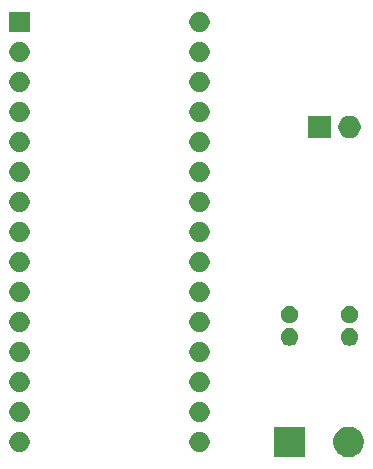
<source format=gbr>
G04 #@! TF.GenerationSoftware,KiCad,Pcbnew,5.1.5+dfsg1-2build2*
G04 #@! TF.CreationDate,2022-10-07T20:11:41-07:00*
G04 #@! TF.ProjectId,kicad intro project,6b696361-6420-4696-9e74-726f2070726f,rev?*
G04 #@! TF.SameCoordinates,Original*
G04 #@! TF.FileFunction,Soldermask,Bot*
G04 #@! TF.FilePolarity,Negative*
%FSLAX46Y46*%
G04 Gerber Fmt 4.6, Leading zero omitted, Abs format (unit mm)*
G04 Created by KiCad (PCBNEW 5.1.5+dfsg1-2build2) date 2022-10-07 20:11:41*
%MOMM*%
%LPD*%
G04 APERTURE LIST*
%ADD10C,0.100000*%
G04 APERTURE END LIST*
D10*
G36*
X128569487Y-100348996D02*
G01*
X128806253Y-100447068D01*
X128806255Y-100447069D01*
X129019339Y-100589447D01*
X129200553Y-100770661D01*
X129342932Y-100983747D01*
X129441004Y-101220513D01*
X129491000Y-101471861D01*
X129491000Y-101728139D01*
X129441004Y-101979487D01*
X129431224Y-102003097D01*
X129342931Y-102216255D01*
X129200553Y-102429339D01*
X129019339Y-102610553D01*
X128806255Y-102752931D01*
X128806254Y-102752932D01*
X128806253Y-102752932D01*
X128569487Y-102851004D01*
X128318139Y-102901000D01*
X128061861Y-102901000D01*
X127810513Y-102851004D01*
X127573747Y-102752932D01*
X127573746Y-102752932D01*
X127573745Y-102752931D01*
X127360661Y-102610553D01*
X127179447Y-102429339D01*
X127037069Y-102216255D01*
X126948776Y-102003097D01*
X126938996Y-101979487D01*
X126889000Y-101728139D01*
X126889000Y-101471861D01*
X126938996Y-101220513D01*
X127037068Y-100983747D01*
X127179447Y-100770661D01*
X127360661Y-100589447D01*
X127573745Y-100447069D01*
X127573747Y-100447068D01*
X127810513Y-100348996D01*
X128061861Y-100299000D01*
X128318139Y-100299000D01*
X128569487Y-100348996D01*
G37*
G36*
X124491000Y-102901000D02*
G01*
X121889000Y-102901000D01*
X121889000Y-100299000D01*
X124491000Y-100299000D01*
X124491000Y-102901000D01*
G37*
G36*
X115818228Y-100781703D02*
G01*
X115973100Y-100845853D01*
X116112481Y-100938985D01*
X116231015Y-101057519D01*
X116324147Y-101196900D01*
X116388297Y-101351772D01*
X116421000Y-101516184D01*
X116421000Y-101683816D01*
X116388297Y-101848228D01*
X116324147Y-102003100D01*
X116231015Y-102142481D01*
X116112481Y-102261015D01*
X115973100Y-102354147D01*
X115818228Y-102418297D01*
X115653816Y-102451000D01*
X115486184Y-102451000D01*
X115321772Y-102418297D01*
X115166900Y-102354147D01*
X115027519Y-102261015D01*
X114908985Y-102142481D01*
X114815853Y-102003100D01*
X114751703Y-101848228D01*
X114719000Y-101683816D01*
X114719000Y-101516184D01*
X114751703Y-101351772D01*
X114815853Y-101196900D01*
X114908985Y-101057519D01*
X115027519Y-100938985D01*
X115166900Y-100845853D01*
X115321772Y-100781703D01*
X115486184Y-100749000D01*
X115653816Y-100749000D01*
X115818228Y-100781703D01*
G37*
G36*
X100578228Y-100781703D02*
G01*
X100733100Y-100845853D01*
X100872481Y-100938985D01*
X100991015Y-101057519D01*
X101084147Y-101196900D01*
X101148297Y-101351772D01*
X101181000Y-101516184D01*
X101181000Y-101683816D01*
X101148297Y-101848228D01*
X101084147Y-102003100D01*
X100991015Y-102142481D01*
X100872481Y-102261015D01*
X100733100Y-102354147D01*
X100578228Y-102418297D01*
X100413816Y-102451000D01*
X100246184Y-102451000D01*
X100081772Y-102418297D01*
X99926900Y-102354147D01*
X99787519Y-102261015D01*
X99668985Y-102142481D01*
X99575853Y-102003100D01*
X99511703Y-101848228D01*
X99479000Y-101683816D01*
X99479000Y-101516184D01*
X99511703Y-101351772D01*
X99575853Y-101196900D01*
X99668985Y-101057519D01*
X99787519Y-100938985D01*
X99926900Y-100845853D01*
X100081772Y-100781703D01*
X100246184Y-100749000D01*
X100413816Y-100749000D01*
X100578228Y-100781703D01*
G37*
G36*
X115818228Y-98241703D02*
G01*
X115973100Y-98305853D01*
X116112481Y-98398985D01*
X116231015Y-98517519D01*
X116324147Y-98656900D01*
X116388297Y-98811772D01*
X116421000Y-98976184D01*
X116421000Y-99143816D01*
X116388297Y-99308228D01*
X116324147Y-99463100D01*
X116231015Y-99602481D01*
X116112481Y-99721015D01*
X115973100Y-99814147D01*
X115818228Y-99878297D01*
X115653816Y-99911000D01*
X115486184Y-99911000D01*
X115321772Y-99878297D01*
X115166900Y-99814147D01*
X115027519Y-99721015D01*
X114908985Y-99602481D01*
X114815853Y-99463100D01*
X114751703Y-99308228D01*
X114719000Y-99143816D01*
X114719000Y-98976184D01*
X114751703Y-98811772D01*
X114815853Y-98656900D01*
X114908985Y-98517519D01*
X115027519Y-98398985D01*
X115166900Y-98305853D01*
X115321772Y-98241703D01*
X115486184Y-98209000D01*
X115653816Y-98209000D01*
X115818228Y-98241703D01*
G37*
G36*
X100578228Y-98241703D02*
G01*
X100733100Y-98305853D01*
X100872481Y-98398985D01*
X100991015Y-98517519D01*
X101084147Y-98656900D01*
X101148297Y-98811772D01*
X101181000Y-98976184D01*
X101181000Y-99143816D01*
X101148297Y-99308228D01*
X101084147Y-99463100D01*
X100991015Y-99602481D01*
X100872481Y-99721015D01*
X100733100Y-99814147D01*
X100578228Y-99878297D01*
X100413816Y-99911000D01*
X100246184Y-99911000D01*
X100081772Y-99878297D01*
X99926900Y-99814147D01*
X99787519Y-99721015D01*
X99668985Y-99602481D01*
X99575853Y-99463100D01*
X99511703Y-99308228D01*
X99479000Y-99143816D01*
X99479000Y-98976184D01*
X99511703Y-98811772D01*
X99575853Y-98656900D01*
X99668985Y-98517519D01*
X99787519Y-98398985D01*
X99926900Y-98305853D01*
X100081772Y-98241703D01*
X100246184Y-98209000D01*
X100413816Y-98209000D01*
X100578228Y-98241703D01*
G37*
G36*
X115818228Y-95701703D02*
G01*
X115973100Y-95765853D01*
X116112481Y-95858985D01*
X116231015Y-95977519D01*
X116324147Y-96116900D01*
X116388297Y-96271772D01*
X116421000Y-96436184D01*
X116421000Y-96603816D01*
X116388297Y-96768228D01*
X116324147Y-96923100D01*
X116231015Y-97062481D01*
X116112481Y-97181015D01*
X115973100Y-97274147D01*
X115818228Y-97338297D01*
X115653816Y-97371000D01*
X115486184Y-97371000D01*
X115321772Y-97338297D01*
X115166900Y-97274147D01*
X115027519Y-97181015D01*
X114908985Y-97062481D01*
X114815853Y-96923100D01*
X114751703Y-96768228D01*
X114719000Y-96603816D01*
X114719000Y-96436184D01*
X114751703Y-96271772D01*
X114815853Y-96116900D01*
X114908985Y-95977519D01*
X115027519Y-95858985D01*
X115166900Y-95765853D01*
X115321772Y-95701703D01*
X115486184Y-95669000D01*
X115653816Y-95669000D01*
X115818228Y-95701703D01*
G37*
G36*
X100578228Y-95701703D02*
G01*
X100733100Y-95765853D01*
X100872481Y-95858985D01*
X100991015Y-95977519D01*
X101084147Y-96116900D01*
X101148297Y-96271772D01*
X101181000Y-96436184D01*
X101181000Y-96603816D01*
X101148297Y-96768228D01*
X101084147Y-96923100D01*
X100991015Y-97062481D01*
X100872481Y-97181015D01*
X100733100Y-97274147D01*
X100578228Y-97338297D01*
X100413816Y-97371000D01*
X100246184Y-97371000D01*
X100081772Y-97338297D01*
X99926900Y-97274147D01*
X99787519Y-97181015D01*
X99668985Y-97062481D01*
X99575853Y-96923100D01*
X99511703Y-96768228D01*
X99479000Y-96603816D01*
X99479000Y-96436184D01*
X99511703Y-96271772D01*
X99575853Y-96116900D01*
X99668985Y-95977519D01*
X99787519Y-95858985D01*
X99926900Y-95765853D01*
X100081772Y-95701703D01*
X100246184Y-95669000D01*
X100413816Y-95669000D01*
X100578228Y-95701703D01*
G37*
G36*
X115818228Y-93161703D02*
G01*
X115973100Y-93225853D01*
X116112481Y-93318985D01*
X116231015Y-93437519D01*
X116324147Y-93576900D01*
X116388297Y-93731772D01*
X116421000Y-93896184D01*
X116421000Y-94063816D01*
X116388297Y-94228228D01*
X116324147Y-94383100D01*
X116231015Y-94522481D01*
X116112481Y-94641015D01*
X115973100Y-94734147D01*
X115818228Y-94798297D01*
X115653816Y-94831000D01*
X115486184Y-94831000D01*
X115321772Y-94798297D01*
X115166900Y-94734147D01*
X115027519Y-94641015D01*
X114908985Y-94522481D01*
X114815853Y-94383100D01*
X114751703Y-94228228D01*
X114719000Y-94063816D01*
X114719000Y-93896184D01*
X114751703Y-93731772D01*
X114815853Y-93576900D01*
X114908985Y-93437519D01*
X115027519Y-93318985D01*
X115166900Y-93225853D01*
X115321772Y-93161703D01*
X115486184Y-93129000D01*
X115653816Y-93129000D01*
X115818228Y-93161703D01*
G37*
G36*
X100578228Y-93161703D02*
G01*
X100733100Y-93225853D01*
X100872481Y-93318985D01*
X100991015Y-93437519D01*
X101084147Y-93576900D01*
X101148297Y-93731772D01*
X101181000Y-93896184D01*
X101181000Y-94063816D01*
X101148297Y-94228228D01*
X101084147Y-94383100D01*
X100991015Y-94522481D01*
X100872481Y-94641015D01*
X100733100Y-94734147D01*
X100578228Y-94798297D01*
X100413816Y-94831000D01*
X100246184Y-94831000D01*
X100081772Y-94798297D01*
X99926900Y-94734147D01*
X99787519Y-94641015D01*
X99668985Y-94522481D01*
X99575853Y-94383100D01*
X99511703Y-94228228D01*
X99479000Y-94063816D01*
X99479000Y-93896184D01*
X99511703Y-93731772D01*
X99575853Y-93576900D01*
X99668985Y-93437519D01*
X99787519Y-93318985D01*
X99926900Y-93225853D01*
X100081772Y-93161703D01*
X100246184Y-93129000D01*
X100413816Y-93129000D01*
X100578228Y-93161703D01*
G37*
G36*
X123409059Y-91987860D02*
G01*
X123545732Y-92044472D01*
X123668735Y-92126660D01*
X123773340Y-92231265D01*
X123855528Y-92354268D01*
X123912140Y-92490941D01*
X123941000Y-92636033D01*
X123941000Y-92783967D01*
X123912140Y-92929059D01*
X123855528Y-93065732D01*
X123773340Y-93188735D01*
X123668735Y-93293340D01*
X123545732Y-93375528D01*
X123545731Y-93375529D01*
X123545730Y-93375529D01*
X123409059Y-93432140D01*
X123263968Y-93461000D01*
X123116032Y-93461000D01*
X122970941Y-93432140D01*
X122834270Y-93375529D01*
X122834269Y-93375529D01*
X122834268Y-93375528D01*
X122711265Y-93293340D01*
X122606660Y-93188735D01*
X122524472Y-93065732D01*
X122467860Y-92929059D01*
X122439000Y-92783967D01*
X122439000Y-92636033D01*
X122467860Y-92490941D01*
X122524472Y-92354268D01*
X122606660Y-92231265D01*
X122711265Y-92126660D01*
X122834268Y-92044472D01*
X122970941Y-91987860D01*
X123116032Y-91959000D01*
X123263968Y-91959000D01*
X123409059Y-91987860D01*
G37*
G36*
X128489059Y-91987860D02*
G01*
X128625732Y-92044472D01*
X128748735Y-92126660D01*
X128853340Y-92231265D01*
X128935528Y-92354268D01*
X128992140Y-92490941D01*
X129021000Y-92636033D01*
X129021000Y-92783967D01*
X128992140Y-92929059D01*
X128935528Y-93065732D01*
X128853340Y-93188735D01*
X128748735Y-93293340D01*
X128625732Y-93375528D01*
X128625731Y-93375529D01*
X128625730Y-93375529D01*
X128489059Y-93432140D01*
X128343968Y-93461000D01*
X128196032Y-93461000D01*
X128050941Y-93432140D01*
X127914270Y-93375529D01*
X127914269Y-93375529D01*
X127914268Y-93375528D01*
X127791265Y-93293340D01*
X127686660Y-93188735D01*
X127604472Y-93065732D01*
X127547860Y-92929059D01*
X127519000Y-92783967D01*
X127519000Y-92636033D01*
X127547860Y-92490941D01*
X127604472Y-92354268D01*
X127686660Y-92231265D01*
X127791265Y-92126660D01*
X127914268Y-92044472D01*
X128050941Y-91987860D01*
X128196032Y-91959000D01*
X128343968Y-91959000D01*
X128489059Y-91987860D01*
G37*
G36*
X115818228Y-90621703D02*
G01*
X115973100Y-90685853D01*
X116112481Y-90778985D01*
X116231015Y-90897519D01*
X116324147Y-91036900D01*
X116388297Y-91191772D01*
X116421000Y-91356184D01*
X116421000Y-91523816D01*
X116388297Y-91688228D01*
X116324147Y-91843100D01*
X116231015Y-91982481D01*
X116112481Y-92101015D01*
X115973100Y-92194147D01*
X115818228Y-92258297D01*
X115653816Y-92291000D01*
X115486184Y-92291000D01*
X115321772Y-92258297D01*
X115166900Y-92194147D01*
X115027519Y-92101015D01*
X114908985Y-91982481D01*
X114815853Y-91843100D01*
X114751703Y-91688228D01*
X114719000Y-91523816D01*
X114719000Y-91356184D01*
X114751703Y-91191772D01*
X114815853Y-91036900D01*
X114908985Y-90897519D01*
X115027519Y-90778985D01*
X115166900Y-90685853D01*
X115321772Y-90621703D01*
X115486184Y-90589000D01*
X115653816Y-90589000D01*
X115818228Y-90621703D01*
G37*
G36*
X100578228Y-90621703D02*
G01*
X100733100Y-90685853D01*
X100872481Y-90778985D01*
X100991015Y-90897519D01*
X101084147Y-91036900D01*
X101148297Y-91191772D01*
X101181000Y-91356184D01*
X101181000Y-91523816D01*
X101148297Y-91688228D01*
X101084147Y-91843100D01*
X100991015Y-91982481D01*
X100872481Y-92101015D01*
X100733100Y-92194147D01*
X100578228Y-92258297D01*
X100413816Y-92291000D01*
X100246184Y-92291000D01*
X100081772Y-92258297D01*
X99926900Y-92194147D01*
X99787519Y-92101015D01*
X99668985Y-91982481D01*
X99575853Y-91843100D01*
X99511703Y-91688228D01*
X99479000Y-91523816D01*
X99479000Y-91356184D01*
X99511703Y-91191772D01*
X99575853Y-91036900D01*
X99668985Y-90897519D01*
X99787519Y-90778985D01*
X99926900Y-90685853D01*
X100081772Y-90621703D01*
X100246184Y-90589000D01*
X100413816Y-90589000D01*
X100578228Y-90621703D01*
G37*
G36*
X128489059Y-90087860D02*
G01*
X128625732Y-90144472D01*
X128748735Y-90226660D01*
X128853340Y-90331265D01*
X128853341Y-90331267D01*
X128935529Y-90454270D01*
X128992140Y-90590941D01*
X129021000Y-90736032D01*
X129021000Y-90883968D01*
X129018304Y-90897520D01*
X128992140Y-91029059D01*
X128935528Y-91165732D01*
X128853340Y-91288735D01*
X128748735Y-91393340D01*
X128625732Y-91475528D01*
X128625731Y-91475529D01*
X128625730Y-91475529D01*
X128489059Y-91532140D01*
X128343968Y-91561000D01*
X128196032Y-91561000D01*
X128050941Y-91532140D01*
X127914270Y-91475529D01*
X127914269Y-91475529D01*
X127914268Y-91475528D01*
X127791265Y-91393340D01*
X127686660Y-91288735D01*
X127604472Y-91165732D01*
X127547860Y-91029059D01*
X127521696Y-90897520D01*
X127519000Y-90883968D01*
X127519000Y-90736032D01*
X127547860Y-90590941D01*
X127604471Y-90454270D01*
X127686659Y-90331267D01*
X127686660Y-90331265D01*
X127791265Y-90226660D01*
X127914268Y-90144472D01*
X128050941Y-90087860D01*
X128196032Y-90059000D01*
X128343968Y-90059000D01*
X128489059Y-90087860D01*
G37*
G36*
X123409059Y-90087860D02*
G01*
X123545732Y-90144472D01*
X123668735Y-90226660D01*
X123773340Y-90331265D01*
X123773341Y-90331267D01*
X123855529Y-90454270D01*
X123912140Y-90590941D01*
X123941000Y-90736032D01*
X123941000Y-90883968D01*
X123938304Y-90897520D01*
X123912140Y-91029059D01*
X123855528Y-91165732D01*
X123773340Y-91288735D01*
X123668735Y-91393340D01*
X123545732Y-91475528D01*
X123545731Y-91475529D01*
X123545730Y-91475529D01*
X123409059Y-91532140D01*
X123263968Y-91561000D01*
X123116032Y-91561000D01*
X122970941Y-91532140D01*
X122834270Y-91475529D01*
X122834269Y-91475529D01*
X122834268Y-91475528D01*
X122711265Y-91393340D01*
X122606660Y-91288735D01*
X122524472Y-91165732D01*
X122467860Y-91029059D01*
X122441696Y-90897520D01*
X122439000Y-90883968D01*
X122439000Y-90736032D01*
X122467860Y-90590941D01*
X122524471Y-90454270D01*
X122606659Y-90331267D01*
X122606660Y-90331265D01*
X122711265Y-90226660D01*
X122834268Y-90144472D01*
X122970941Y-90087860D01*
X123116032Y-90059000D01*
X123263968Y-90059000D01*
X123409059Y-90087860D01*
G37*
G36*
X100578228Y-88081703D02*
G01*
X100733100Y-88145853D01*
X100872481Y-88238985D01*
X100991015Y-88357519D01*
X101084147Y-88496900D01*
X101148297Y-88651772D01*
X101181000Y-88816184D01*
X101181000Y-88983816D01*
X101148297Y-89148228D01*
X101084147Y-89303100D01*
X100991015Y-89442481D01*
X100872481Y-89561015D01*
X100733100Y-89654147D01*
X100578228Y-89718297D01*
X100413816Y-89751000D01*
X100246184Y-89751000D01*
X100081772Y-89718297D01*
X99926900Y-89654147D01*
X99787519Y-89561015D01*
X99668985Y-89442481D01*
X99575853Y-89303100D01*
X99511703Y-89148228D01*
X99479000Y-88983816D01*
X99479000Y-88816184D01*
X99511703Y-88651772D01*
X99575853Y-88496900D01*
X99668985Y-88357519D01*
X99787519Y-88238985D01*
X99926900Y-88145853D01*
X100081772Y-88081703D01*
X100246184Y-88049000D01*
X100413816Y-88049000D01*
X100578228Y-88081703D01*
G37*
G36*
X115818228Y-88081703D02*
G01*
X115973100Y-88145853D01*
X116112481Y-88238985D01*
X116231015Y-88357519D01*
X116324147Y-88496900D01*
X116388297Y-88651772D01*
X116421000Y-88816184D01*
X116421000Y-88983816D01*
X116388297Y-89148228D01*
X116324147Y-89303100D01*
X116231015Y-89442481D01*
X116112481Y-89561015D01*
X115973100Y-89654147D01*
X115818228Y-89718297D01*
X115653816Y-89751000D01*
X115486184Y-89751000D01*
X115321772Y-89718297D01*
X115166900Y-89654147D01*
X115027519Y-89561015D01*
X114908985Y-89442481D01*
X114815853Y-89303100D01*
X114751703Y-89148228D01*
X114719000Y-88983816D01*
X114719000Y-88816184D01*
X114751703Y-88651772D01*
X114815853Y-88496900D01*
X114908985Y-88357519D01*
X115027519Y-88238985D01*
X115166900Y-88145853D01*
X115321772Y-88081703D01*
X115486184Y-88049000D01*
X115653816Y-88049000D01*
X115818228Y-88081703D01*
G37*
G36*
X100578228Y-85541703D02*
G01*
X100733100Y-85605853D01*
X100872481Y-85698985D01*
X100991015Y-85817519D01*
X101084147Y-85956900D01*
X101148297Y-86111772D01*
X101181000Y-86276184D01*
X101181000Y-86443816D01*
X101148297Y-86608228D01*
X101084147Y-86763100D01*
X100991015Y-86902481D01*
X100872481Y-87021015D01*
X100733100Y-87114147D01*
X100578228Y-87178297D01*
X100413816Y-87211000D01*
X100246184Y-87211000D01*
X100081772Y-87178297D01*
X99926900Y-87114147D01*
X99787519Y-87021015D01*
X99668985Y-86902481D01*
X99575853Y-86763100D01*
X99511703Y-86608228D01*
X99479000Y-86443816D01*
X99479000Y-86276184D01*
X99511703Y-86111772D01*
X99575853Y-85956900D01*
X99668985Y-85817519D01*
X99787519Y-85698985D01*
X99926900Y-85605853D01*
X100081772Y-85541703D01*
X100246184Y-85509000D01*
X100413816Y-85509000D01*
X100578228Y-85541703D01*
G37*
G36*
X115818228Y-85541703D02*
G01*
X115973100Y-85605853D01*
X116112481Y-85698985D01*
X116231015Y-85817519D01*
X116324147Y-85956900D01*
X116388297Y-86111772D01*
X116421000Y-86276184D01*
X116421000Y-86443816D01*
X116388297Y-86608228D01*
X116324147Y-86763100D01*
X116231015Y-86902481D01*
X116112481Y-87021015D01*
X115973100Y-87114147D01*
X115818228Y-87178297D01*
X115653816Y-87211000D01*
X115486184Y-87211000D01*
X115321772Y-87178297D01*
X115166900Y-87114147D01*
X115027519Y-87021015D01*
X114908985Y-86902481D01*
X114815853Y-86763100D01*
X114751703Y-86608228D01*
X114719000Y-86443816D01*
X114719000Y-86276184D01*
X114751703Y-86111772D01*
X114815853Y-85956900D01*
X114908985Y-85817519D01*
X115027519Y-85698985D01*
X115166900Y-85605853D01*
X115321772Y-85541703D01*
X115486184Y-85509000D01*
X115653816Y-85509000D01*
X115818228Y-85541703D01*
G37*
G36*
X115818228Y-83001703D02*
G01*
X115973100Y-83065853D01*
X116112481Y-83158985D01*
X116231015Y-83277519D01*
X116324147Y-83416900D01*
X116388297Y-83571772D01*
X116421000Y-83736184D01*
X116421000Y-83903816D01*
X116388297Y-84068228D01*
X116324147Y-84223100D01*
X116231015Y-84362481D01*
X116112481Y-84481015D01*
X115973100Y-84574147D01*
X115818228Y-84638297D01*
X115653816Y-84671000D01*
X115486184Y-84671000D01*
X115321772Y-84638297D01*
X115166900Y-84574147D01*
X115027519Y-84481015D01*
X114908985Y-84362481D01*
X114815853Y-84223100D01*
X114751703Y-84068228D01*
X114719000Y-83903816D01*
X114719000Y-83736184D01*
X114751703Y-83571772D01*
X114815853Y-83416900D01*
X114908985Y-83277519D01*
X115027519Y-83158985D01*
X115166900Y-83065853D01*
X115321772Y-83001703D01*
X115486184Y-82969000D01*
X115653816Y-82969000D01*
X115818228Y-83001703D01*
G37*
G36*
X100578228Y-83001703D02*
G01*
X100733100Y-83065853D01*
X100872481Y-83158985D01*
X100991015Y-83277519D01*
X101084147Y-83416900D01*
X101148297Y-83571772D01*
X101181000Y-83736184D01*
X101181000Y-83903816D01*
X101148297Y-84068228D01*
X101084147Y-84223100D01*
X100991015Y-84362481D01*
X100872481Y-84481015D01*
X100733100Y-84574147D01*
X100578228Y-84638297D01*
X100413816Y-84671000D01*
X100246184Y-84671000D01*
X100081772Y-84638297D01*
X99926900Y-84574147D01*
X99787519Y-84481015D01*
X99668985Y-84362481D01*
X99575853Y-84223100D01*
X99511703Y-84068228D01*
X99479000Y-83903816D01*
X99479000Y-83736184D01*
X99511703Y-83571772D01*
X99575853Y-83416900D01*
X99668985Y-83277519D01*
X99787519Y-83158985D01*
X99926900Y-83065853D01*
X100081772Y-83001703D01*
X100246184Y-82969000D01*
X100413816Y-82969000D01*
X100578228Y-83001703D01*
G37*
G36*
X100578228Y-80461703D02*
G01*
X100733100Y-80525853D01*
X100872481Y-80618985D01*
X100991015Y-80737519D01*
X101084147Y-80876900D01*
X101148297Y-81031772D01*
X101181000Y-81196184D01*
X101181000Y-81363816D01*
X101148297Y-81528228D01*
X101084147Y-81683100D01*
X100991015Y-81822481D01*
X100872481Y-81941015D01*
X100733100Y-82034147D01*
X100578228Y-82098297D01*
X100413816Y-82131000D01*
X100246184Y-82131000D01*
X100081772Y-82098297D01*
X99926900Y-82034147D01*
X99787519Y-81941015D01*
X99668985Y-81822481D01*
X99575853Y-81683100D01*
X99511703Y-81528228D01*
X99479000Y-81363816D01*
X99479000Y-81196184D01*
X99511703Y-81031772D01*
X99575853Y-80876900D01*
X99668985Y-80737519D01*
X99787519Y-80618985D01*
X99926900Y-80525853D01*
X100081772Y-80461703D01*
X100246184Y-80429000D01*
X100413816Y-80429000D01*
X100578228Y-80461703D01*
G37*
G36*
X115818228Y-80461703D02*
G01*
X115973100Y-80525853D01*
X116112481Y-80618985D01*
X116231015Y-80737519D01*
X116324147Y-80876900D01*
X116388297Y-81031772D01*
X116421000Y-81196184D01*
X116421000Y-81363816D01*
X116388297Y-81528228D01*
X116324147Y-81683100D01*
X116231015Y-81822481D01*
X116112481Y-81941015D01*
X115973100Y-82034147D01*
X115818228Y-82098297D01*
X115653816Y-82131000D01*
X115486184Y-82131000D01*
X115321772Y-82098297D01*
X115166900Y-82034147D01*
X115027519Y-81941015D01*
X114908985Y-81822481D01*
X114815853Y-81683100D01*
X114751703Y-81528228D01*
X114719000Y-81363816D01*
X114719000Y-81196184D01*
X114751703Y-81031772D01*
X114815853Y-80876900D01*
X114908985Y-80737519D01*
X115027519Y-80618985D01*
X115166900Y-80525853D01*
X115321772Y-80461703D01*
X115486184Y-80429000D01*
X115653816Y-80429000D01*
X115818228Y-80461703D01*
G37*
G36*
X115818228Y-77921703D02*
G01*
X115973100Y-77985853D01*
X116112481Y-78078985D01*
X116231015Y-78197519D01*
X116324147Y-78336900D01*
X116388297Y-78491772D01*
X116421000Y-78656184D01*
X116421000Y-78823816D01*
X116388297Y-78988228D01*
X116324147Y-79143100D01*
X116231015Y-79282481D01*
X116112481Y-79401015D01*
X115973100Y-79494147D01*
X115818228Y-79558297D01*
X115653816Y-79591000D01*
X115486184Y-79591000D01*
X115321772Y-79558297D01*
X115166900Y-79494147D01*
X115027519Y-79401015D01*
X114908985Y-79282481D01*
X114815853Y-79143100D01*
X114751703Y-78988228D01*
X114719000Y-78823816D01*
X114719000Y-78656184D01*
X114751703Y-78491772D01*
X114815853Y-78336900D01*
X114908985Y-78197519D01*
X115027519Y-78078985D01*
X115166900Y-77985853D01*
X115321772Y-77921703D01*
X115486184Y-77889000D01*
X115653816Y-77889000D01*
X115818228Y-77921703D01*
G37*
G36*
X100578228Y-77921703D02*
G01*
X100733100Y-77985853D01*
X100872481Y-78078985D01*
X100991015Y-78197519D01*
X101084147Y-78336900D01*
X101148297Y-78491772D01*
X101181000Y-78656184D01*
X101181000Y-78823816D01*
X101148297Y-78988228D01*
X101084147Y-79143100D01*
X100991015Y-79282481D01*
X100872481Y-79401015D01*
X100733100Y-79494147D01*
X100578228Y-79558297D01*
X100413816Y-79591000D01*
X100246184Y-79591000D01*
X100081772Y-79558297D01*
X99926900Y-79494147D01*
X99787519Y-79401015D01*
X99668985Y-79282481D01*
X99575853Y-79143100D01*
X99511703Y-78988228D01*
X99479000Y-78823816D01*
X99479000Y-78656184D01*
X99511703Y-78491772D01*
X99575853Y-78336900D01*
X99668985Y-78197519D01*
X99787519Y-78078985D01*
X99926900Y-77985853D01*
X100081772Y-77921703D01*
X100246184Y-77889000D01*
X100413816Y-77889000D01*
X100578228Y-77921703D01*
G37*
G36*
X115818228Y-75381703D02*
G01*
X115973100Y-75445853D01*
X116112481Y-75538985D01*
X116231015Y-75657519D01*
X116324147Y-75796900D01*
X116388297Y-75951772D01*
X116421000Y-76116184D01*
X116421000Y-76283816D01*
X116388297Y-76448228D01*
X116324147Y-76603100D01*
X116231015Y-76742481D01*
X116112481Y-76861015D01*
X115973100Y-76954147D01*
X115818228Y-77018297D01*
X115653816Y-77051000D01*
X115486184Y-77051000D01*
X115321772Y-77018297D01*
X115166900Y-76954147D01*
X115027519Y-76861015D01*
X114908985Y-76742481D01*
X114815853Y-76603100D01*
X114751703Y-76448228D01*
X114719000Y-76283816D01*
X114719000Y-76116184D01*
X114751703Y-75951772D01*
X114815853Y-75796900D01*
X114908985Y-75657519D01*
X115027519Y-75538985D01*
X115166900Y-75445853D01*
X115321772Y-75381703D01*
X115486184Y-75349000D01*
X115653816Y-75349000D01*
X115818228Y-75381703D01*
G37*
G36*
X100578228Y-75381703D02*
G01*
X100733100Y-75445853D01*
X100872481Y-75538985D01*
X100991015Y-75657519D01*
X101084147Y-75796900D01*
X101148297Y-75951772D01*
X101181000Y-76116184D01*
X101181000Y-76283816D01*
X101148297Y-76448228D01*
X101084147Y-76603100D01*
X100991015Y-76742481D01*
X100872481Y-76861015D01*
X100733100Y-76954147D01*
X100578228Y-77018297D01*
X100413816Y-77051000D01*
X100246184Y-77051000D01*
X100081772Y-77018297D01*
X99926900Y-76954147D01*
X99787519Y-76861015D01*
X99668985Y-76742481D01*
X99575853Y-76603100D01*
X99511703Y-76448228D01*
X99479000Y-76283816D01*
X99479000Y-76116184D01*
X99511703Y-75951772D01*
X99575853Y-75796900D01*
X99668985Y-75657519D01*
X99787519Y-75538985D01*
X99926900Y-75445853D01*
X100081772Y-75381703D01*
X100246184Y-75349000D01*
X100413816Y-75349000D01*
X100578228Y-75381703D01*
G37*
G36*
X128547395Y-74015546D02*
G01*
X128720466Y-74087234D01*
X128720467Y-74087235D01*
X128876227Y-74191310D01*
X129008690Y-74323773D01*
X129008691Y-74323775D01*
X129112766Y-74479534D01*
X129184454Y-74652605D01*
X129221000Y-74836333D01*
X129221000Y-75023667D01*
X129184454Y-75207395D01*
X129112766Y-75380466D01*
X129112765Y-75380467D01*
X129008690Y-75536227D01*
X128876227Y-75668690D01*
X128797818Y-75721081D01*
X128720466Y-75772766D01*
X128547395Y-75844454D01*
X128363667Y-75881000D01*
X128176333Y-75881000D01*
X127992605Y-75844454D01*
X127819534Y-75772766D01*
X127742182Y-75721081D01*
X127663773Y-75668690D01*
X127531310Y-75536227D01*
X127427235Y-75380467D01*
X127427234Y-75380466D01*
X127355546Y-75207395D01*
X127319000Y-75023667D01*
X127319000Y-74836333D01*
X127355546Y-74652605D01*
X127427234Y-74479534D01*
X127531309Y-74323775D01*
X127531310Y-74323773D01*
X127663773Y-74191310D01*
X127819533Y-74087235D01*
X127819534Y-74087234D01*
X127992605Y-74015546D01*
X128176333Y-73979000D01*
X128363667Y-73979000D01*
X128547395Y-74015546D01*
G37*
G36*
X126681000Y-75881000D02*
G01*
X124779000Y-75881000D01*
X124779000Y-73979000D01*
X126681000Y-73979000D01*
X126681000Y-75881000D01*
G37*
G36*
X115818228Y-72841703D02*
G01*
X115973100Y-72905853D01*
X116112481Y-72998985D01*
X116231015Y-73117519D01*
X116324147Y-73256900D01*
X116388297Y-73411772D01*
X116421000Y-73576184D01*
X116421000Y-73743816D01*
X116388297Y-73908228D01*
X116324147Y-74063100D01*
X116231015Y-74202481D01*
X116112481Y-74321015D01*
X115973100Y-74414147D01*
X115818228Y-74478297D01*
X115653816Y-74511000D01*
X115486184Y-74511000D01*
X115321772Y-74478297D01*
X115166900Y-74414147D01*
X115027519Y-74321015D01*
X114908985Y-74202481D01*
X114815853Y-74063100D01*
X114751703Y-73908228D01*
X114719000Y-73743816D01*
X114719000Y-73576184D01*
X114751703Y-73411772D01*
X114815853Y-73256900D01*
X114908985Y-73117519D01*
X115027519Y-72998985D01*
X115166900Y-72905853D01*
X115321772Y-72841703D01*
X115486184Y-72809000D01*
X115653816Y-72809000D01*
X115818228Y-72841703D01*
G37*
G36*
X100578228Y-72841703D02*
G01*
X100733100Y-72905853D01*
X100872481Y-72998985D01*
X100991015Y-73117519D01*
X101084147Y-73256900D01*
X101148297Y-73411772D01*
X101181000Y-73576184D01*
X101181000Y-73743816D01*
X101148297Y-73908228D01*
X101084147Y-74063100D01*
X100991015Y-74202481D01*
X100872481Y-74321015D01*
X100733100Y-74414147D01*
X100578228Y-74478297D01*
X100413816Y-74511000D01*
X100246184Y-74511000D01*
X100081772Y-74478297D01*
X99926900Y-74414147D01*
X99787519Y-74321015D01*
X99668985Y-74202481D01*
X99575853Y-74063100D01*
X99511703Y-73908228D01*
X99479000Y-73743816D01*
X99479000Y-73576184D01*
X99511703Y-73411772D01*
X99575853Y-73256900D01*
X99668985Y-73117519D01*
X99787519Y-72998985D01*
X99926900Y-72905853D01*
X100081772Y-72841703D01*
X100246184Y-72809000D01*
X100413816Y-72809000D01*
X100578228Y-72841703D01*
G37*
G36*
X115818228Y-70301703D02*
G01*
X115973100Y-70365853D01*
X116112481Y-70458985D01*
X116231015Y-70577519D01*
X116324147Y-70716900D01*
X116388297Y-70871772D01*
X116421000Y-71036184D01*
X116421000Y-71203816D01*
X116388297Y-71368228D01*
X116324147Y-71523100D01*
X116231015Y-71662481D01*
X116112481Y-71781015D01*
X115973100Y-71874147D01*
X115818228Y-71938297D01*
X115653816Y-71971000D01*
X115486184Y-71971000D01*
X115321772Y-71938297D01*
X115166900Y-71874147D01*
X115027519Y-71781015D01*
X114908985Y-71662481D01*
X114815853Y-71523100D01*
X114751703Y-71368228D01*
X114719000Y-71203816D01*
X114719000Y-71036184D01*
X114751703Y-70871772D01*
X114815853Y-70716900D01*
X114908985Y-70577519D01*
X115027519Y-70458985D01*
X115166900Y-70365853D01*
X115321772Y-70301703D01*
X115486184Y-70269000D01*
X115653816Y-70269000D01*
X115818228Y-70301703D01*
G37*
G36*
X100578228Y-70301703D02*
G01*
X100733100Y-70365853D01*
X100872481Y-70458985D01*
X100991015Y-70577519D01*
X101084147Y-70716900D01*
X101148297Y-70871772D01*
X101181000Y-71036184D01*
X101181000Y-71203816D01*
X101148297Y-71368228D01*
X101084147Y-71523100D01*
X100991015Y-71662481D01*
X100872481Y-71781015D01*
X100733100Y-71874147D01*
X100578228Y-71938297D01*
X100413816Y-71971000D01*
X100246184Y-71971000D01*
X100081772Y-71938297D01*
X99926900Y-71874147D01*
X99787519Y-71781015D01*
X99668985Y-71662481D01*
X99575853Y-71523100D01*
X99511703Y-71368228D01*
X99479000Y-71203816D01*
X99479000Y-71036184D01*
X99511703Y-70871772D01*
X99575853Y-70716900D01*
X99668985Y-70577519D01*
X99787519Y-70458985D01*
X99926900Y-70365853D01*
X100081772Y-70301703D01*
X100246184Y-70269000D01*
X100413816Y-70269000D01*
X100578228Y-70301703D01*
G37*
G36*
X115818228Y-67761703D02*
G01*
X115973100Y-67825853D01*
X116112481Y-67918985D01*
X116231015Y-68037519D01*
X116324147Y-68176900D01*
X116388297Y-68331772D01*
X116421000Y-68496184D01*
X116421000Y-68663816D01*
X116388297Y-68828228D01*
X116324147Y-68983100D01*
X116231015Y-69122481D01*
X116112481Y-69241015D01*
X115973100Y-69334147D01*
X115818228Y-69398297D01*
X115653816Y-69431000D01*
X115486184Y-69431000D01*
X115321772Y-69398297D01*
X115166900Y-69334147D01*
X115027519Y-69241015D01*
X114908985Y-69122481D01*
X114815853Y-68983100D01*
X114751703Y-68828228D01*
X114719000Y-68663816D01*
X114719000Y-68496184D01*
X114751703Y-68331772D01*
X114815853Y-68176900D01*
X114908985Y-68037519D01*
X115027519Y-67918985D01*
X115166900Y-67825853D01*
X115321772Y-67761703D01*
X115486184Y-67729000D01*
X115653816Y-67729000D01*
X115818228Y-67761703D01*
G37*
G36*
X100578228Y-67761703D02*
G01*
X100733100Y-67825853D01*
X100872481Y-67918985D01*
X100991015Y-68037519D01*
X101084147Y-68176900D01*
X101148297Y-68331772D01*
X101181000Y-68496184D01*
X101181000Y-68663816D01*
X101148297Y-68828228D01*
X101084147Y-68983100D01*
X100991015Y-69122481D01*
X100872481Y-69241015D01*
X100733100Y-69334147D01*
X100578228Y-69398297D01*
X100413816Y-69431000D01*
X100246184Y-69431000D01*
X100081772Y-69398297D01*
X99926900Y-69334147D01*
X99787519Y-69241015D01*
X99668985Y-69122481D01*
X99575853Y-68983100D01*
X99511703Y-68828228D01*
X99479000Y-68663816D01*
X99479000Y-68496184D01*
X99511703Y-68331772D01*
X99575853Y-68176900D01*
X99668985Y-68037519D01*
X99787519Y-67918985D01*
X99926900Y-67825853D01*
X100081772Y-67761703D01*
X100246184Y-67729000D01*
X100413816Y-67729000D01*
X100578228Y-67761703D01*
G37*
G36*
X115818228Y-65221703D02*
G01*
X115973100Y-65285853D01*
X116112481Y-65378985D01*
X116231015Y-65497519D01*
X116324147Y-65636900D01*
X116388297Y-65791772D01*
X116421000Y-65956184D01*
X116421000Y-66123816D01*
X116388297Y-66288228D01*
X116324147Y-66443100D01*
X116231015Y-66582481D01*
X116112481Y-66701015D01*
X115973100Y-66794147D01*
X115818228Y-66858297D01*
X115653816Y-66891000D01*
X115486184Y-66891000D01*
X115321772Y-66858297D01*
X115166900Y-66794147D01*
X115027519Y-66701015D01*
X114908985Y-66582481D01*
X114815853Y-66443100D01*
X114751703Y-66288228D01*
X114719000Y-66123816D01*
X114719000Y-65956184D01*
X114751703Y-65791772D01*
X114815853Y-65636900D01*
X114908985Y-65497519D01*
X115027519Y-65378985D01*
X115166900Y-65285853D01*
X115321772Y-65221703D01*
X115486184Y-65189000D01*
X115653816Y-65189000D01*
X115818228Y-65221703D01*
G37*
G36*
X101181000Y-66891000D02*
G01*
X99479000Y-66891000D01*
X99479000Y-65189000D01*
X101181000Y-65189000D01*
X101181000Y-66891000D01*
G37*
M02*

</source>
